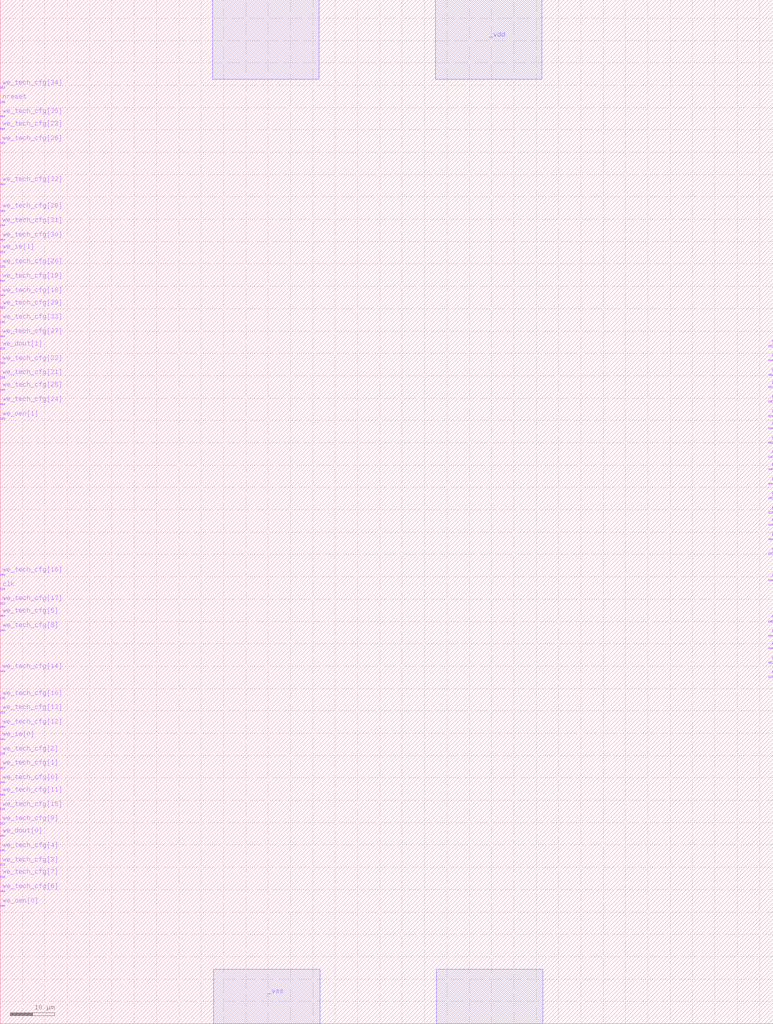
<source format=lef>
VERSION 5.8 ;
BUSBITCHARS "[]" ;
DIVIDERCHAR "/" ;
UNITS
  DATABASE MICRONS 1000 ;
END UNITS

MACRO heartbeat
  FOREIGN heartbeat ;


  SIZE 173.07 BY 229.07 ;
  CLASS BLOCK ;
  PIN clk
    DIRECTION inout ;
    USE signal ;
    SHAPE ABUTMENT ;
    PORT
      LAYER met2 ;
      RECT 0.0
           97.11999999999999
           1.0
           97.39999999999999 ;
    END
  END clk
  PIN we_dout[0]
    DIRECTION inout ;
    USE signal ;
    SHAPE ABUTMENT ;
    PORT
      LAYER met2 ;
      RECT 0.0
           41.92
           1.0
           42.2 ;
    END
  END we_dout[0]
  PIN we_ie[0]
    DIRECTION inout ;
    USE signal ;
    SHAPE ABUTMENT ;
    PORT
      LAYER met2 ;
      RECT 0.0
           63.54
           1.0
           63.82 ;
    END
  END we_ie[0]
  PIN we_oen[0]
    DIRECTION inout ;
    USE signal ;
    SHAPE ABUTMENT ;
    PORT
      LAYER met2 ;
      RECT 0.0
           26.279999999999998
           1.0
           26.56 ;
    END
  END we_oen[0]
  PIN we_tech_cfg[0]
    DIRECTION inout ;
    USE signal ;
    SHAPE ABUTMENT ;
    PORT
      LAYER met2 ;
      RECT 0.0
           53.879999999999995
           1.0
           54.16 ;
    END
  END we_tech_cfg[0]
  PIN we_tech_cfg[1]
    DIRECTION inout ;
    USE signal ;
    SHAPE ABUTMENT ;
    PORT
      LAYER met2 ;
      RECT 0.0
           57.099999999999994
           1.0
           57.379999999999995 ;
    END
  END we_tech_cfg[1]
  PIN we_tech_cfg[2]
    DIRECTION inout ;
    USE signal ;
    SHAPE ABUTMENT ;
    PORT
      LAYER met2 ;
      RECT 0.0
           60.31999999999999
           1.0
           60.599999999999994 ;
    END
  END we_tech_cfg[2]
  PIN we_tech_cfg[3]
    DIRECTION inout ;
    USE signal ;
    SHAPE ABUTMENT ;
    PORT
      LAYER met2 ;
      RECT 0.0
           35.48
           1.0
           35.76 ;
    END
  END we_tech_cfg[3]
  PIN we_tech_cfg[4]
    DIRECTION inout ;
    USE signal ;
    SHAPE ABUTMENT ;
    PORT
      LAYER met2 ;
      RECT 0.0
           38.699999999999996
           1.0
           38.98 ;
    END
  END we_tech_cfg[4]
  PIN we_tech_cfg[5]
    DIRECTION inout ;
    USE signal ;
    SHAPE ABUTMENT ;
    PORT
      LAYER met2 ;
      RECT 0.0
           91.14
           1.0
           91.42 ;
    END
  END we_tech_cfg[5]
  PIN we_tech_cfg[6]
    DIRECTION inout ;
    USE signal ;
    SHAPE ABUTMENT ;
    PORT
      LAYER met2 ;
      RECT 0.0
           29.499999999999996
           1.0
           29.779999999999998 ;
    END
  END we_tech_cfg[6]
  PIN we_tech_cfg[7]
    DIRECTION inout ;
    USE signal ;
    SHAPE ABUTMENT ;
    PORT
      LAYER met2 ;
      RECT 0.0
           32.72
           1.0
           33.0 ;
    END
  END we_tech_cfg[7]
  PIN we_tech_cfg[8]
    DIRECTION inout ;
    USE signal ;
    SHAPE ABUTMENT ;
    PORT
      LAYER met2 ;
      RECT 0.0
           87.92
           1.0
           88.2 ;
    END
  END we_tech_cfg[8]
  PIN we_tech_cfg[9]
    DIRECTION inout ;
    USE signal ;
    SHAPE ABUTMENT ;
    PORT
      LAYER met2 ;
      RECT 0.0
           44.67999999999999
           1.0
           44.959999999999994 ;
    END
  END we_tech_cfg[9]
  PIN we_tech_cfg[10]
    DIRECTION inout ;
    USE signal ;
    SHAPE ABUTMENT ;
    PORT
      LAYER met2 ;
      RECT 0.0
           72.74
           1.0
           73.02 ;
    END
  END we_tech_cfg[10]
  PIN we_tech_cfg[11]
    DIRECTION inout ;
    USE signal ;
    SHAPE ABUTMENT ;
    PORT
      LAYER met2 ;
      RECT 0.0
           51.12
           1.0
           51.4 ;
    END
  END we_tech_cfg[11]
  PIN we_tech_cfg[12]
    DIRECTION inout ;
    USE signal ;
    SHAPE ABUTMENT ;
    PORT
      LAYER met2 ;
      RECT 0.0
           66.3
           1.0
           66.58 ;
    END
  END we_tech_cfg[12]
  PIN we_tech_cfg[13]
    DIRECTION inout ;
    USE signal ;
    SHAPE ABUTMENT ;
    PORT
      LAYER met2 ;
      RECT 0.0
           69.52
           1.0
           69.8 ;
    END
  END we_tech_cfg[13]
  PIN we_tech_cfg[14]
    DIRECTION inout ;
    USE signal ;
    SHAPE ABUTMENT ;
    PORT
      LAYER met2 ;
      RECT 0.0
           78.72
           1.0
           79.0 ;
    END
  END we_tech_cfg[14]
  PIN we_tech_cfg[15]
    DIRECTION inout ;
    USE signal ;
    SHAPE ABUTMENT ;
    PORT
      LAYER met2 ;
      RECT 0.0
           47.89999999999999
           1.0
           48.17999999999999 ;
    END
  END we_tech_cfg[15]
  PIN we_tech_cfg[16]
    DIRECTION inout ;
    USE signal ;
    SHAPE ABUTMENT ;
    PORT
      LAYER met2 ;
      RECT 0.0
           100.34
           1.0
           100.62 ;
    END
  END we_tech_cfg[16]
  PIN we_tech_cfg[17]
    DIRECTION inout ;
    USE signal ;
    SHAPE ABUTMENT ;
    PORT
      LAYER met2 ;
      RECT 0.0
           93.89999999999999
           1.0
           94.17999999999999 ;
    END
  END we_tech_cfg[17]
  PIN nreset
    DIRECTION inout ;
    USE signal ;
    SHAPE ABUTMENT ;
    PORT
      LAYER met2 ;
      RECT 0.0
           206.12
           1.0
           206.39999999999998 ;
    END
  END nreset
  PIN we_dout[1]
    DIRECTION inout ;
    USE signal ;
    SHAPE ABUTMENT ;
    PORT
      LAYER met2 ;
      RECT 0.0
           150.92
           1.0
           151.19999999999996 ;
    END
  END we_dout[1]
  PIN we_ie[1]
    DIRECTION inout ;
    USE signal ;
    SHAPE ABUTMENT ;
    PORT
      LAYER met2 ;
      RECT 0.0
           172.54
           1.0
           172.81999999999996 ;
    END
  END we_ie[1]
  PIN we_oen[1]
    DIRECTION inout ;
    USE signal ;
    SHAPE ABUTMENT ;
    PORT
      LAYER met2 ;
      RECT 0.0
           135.28
           1.0
           135.55999999999997 ;
    END
  END we_oen[1]
  PIN we_tech_cfg[18]
    DIRECTION inout ;
    USE signal ;
    SHAPE ABUTMENT ;
    PORT
      LAYER met2 ;
      RECT 0.0
           162.88
           1.0
           163.15999999999997 ;
    END
  END we_tech_cfg[18]
  PIN we_tech_cfg[19]
    DIRECTION inout ;
    USE signal ;
    SHAPE ABUTMENT ;
    PORT
      LAYER met2 ;
      RECT 0.0
           166.1
           1.0
           166.37999999999997 ;
    END
  END we_tech_cfg[19]
  PIN we_tech_cfg[20]
    DIRECTION inout ;
    USE signal ;
    SHAPE ABUTMENT ;
    PORT
      LAYER met2 ;
      RECT 0.0
           169.32
           1.0
           169.59999999999997 ;
    END
  END we_tech_cfg[20]
  PIN we_tech_cfg[21]
    DIRECTION inout ;
    USE signal ;
    SHAPE ABUTMENT ;
    PORT
      LAYER met2 ;
      RECT 0.0
           144.48
           1.0
           144.75999999999996 ;
    END
  END we_tech_cfg[21]
  PIN we_tech_cfg[22]
    DIRECTION inout ;
    USE signal ;
    SHAPE ABUTMENT ;
    PORT
      LAYER met2 ;
      RECT 0.0
           147.7
           1.0
           147.97999999999996 ;
    END
  END we_tech_cfg[22]
  PIN we_tech_cfg[23]
    DIRECTION inout ;
    USE signal ;
    SHAPE ABUTMENT ;
    PORT
      LAYER met2 ;
      RECT 0.0
           200.14
           1.0
           200.41999999999996 ;
    END
  END we_tech_cfg[23]
  PIN we_tech_cfg[24]
    DIRECTION inout ;
    USE signal ;
    SHAPE ABUTMENT ;
    PORT
      LAYER met2 ;
      RECT 0.0
           138.5
           1.0
           138.77999999999997 ;
    END
  END we_tech_cfg[24]
  PIN we_tech_cfg[25]
    DIRECTION inout ;
    USE signal ;
    SHAPE ABUTMENT ;
    PORT
      LAYER met2 ;
      RECT 0.0
           141.72
           1.0
           141.99999999999997 ;
    END
  END we_tech_cfg[25]
  PIN we_tech_cfg[26]
    DIRECTION inout ;
    USE signal ;
    SHAPE ABUTMENT ;
    PORT
      LAYER met2 ;
      RECT 0.0
           196.92000000000002
           1.0
           197.2 ;
    END
  END we_tech_cfg[26]
  PIN we_tech_cfg[27]
    DIRECTION inout ;
    USE signal ;
    SHAPE ABUTMENT ;
    PORT
      LAYER met2 ;
      RECT 0.0
           153.68
           1.0
           153.95999999999998 ;
    END
  END we_tech_cfg[27]
  PIN we_tech_cfg[28]
    DIRECTION inout ;
    USE signal ;
    SHAPE ABUTMENT ;
    PORT
      LAYER met2 ;
      RECT 0.0
           181.74
           1.0
           182.01999999999998 ;
    END
  END we_tech_cfg[28]
  PIN we_tech_cfg[29]
    DIRECTION inout ;
    USE signal ;
    SHAPE ABUTMENT ;
    PORT
      LAYER met2 ;
      RECT 0.0
           160.12
           1.0
           160.39999999999998 ;
    END
  END we_tech_cfg[29]
  PIN we_tech_cfg[30]
    DIRECTION inout ;
    USE signal ;
    SHAPE ABUTMENT ;
    PORT
      LAYER met2 ;
      RECT 0.0
           175.3
           1.0
           175.57999999999998 ;
    END
  END we_tech_cfg[30]
  PIN we_tech_cfg[31]
    DIRECTION inout ;
    USE signal ;
    SHAPE ABUTMENT ;
    PORT
      LAYER met2 ;
      RECT 0.0
           178.51999999999998
           1.0
           178.79999999999995 ;
    END
  END we_tech_cfg[31]
  PIN we_tech_cfg[32]
    DIRECTION inout ;
    USE signal ;
    SHAPE ABUTMENT ;
    PORT
      LAYER met2 ;
      RECT 0.0
           187.72
           1.0
           187.99999999999997 ;
    END
  END we_tech_cfg[32]
  PIN we_tech_cfg[33]
    DIRECTION inout ;
    USE signal ;
    SHAPE ABUTMENT ;
    PORT
      LAYER met2 ;
      RECT 0.0
           156.9
           1.0
           157.17999999999998 ;
    END
  END we_tech_cfg[33]
  PIN we_tech_cfg[34]
    DIRECTION inout ;
    USE signal ;
    SHAPE ABUTMENT ;
    PORT
      LAYER met2 ;
      RECT 0.0
           209.34
           1.0
           209.61999999999998 ;
    END
  END we_tech_cfg[34]
  PIN we_tech_cfg[35]
    DIRECTION inout ;
    USE signal ;
    SHAPE ABUTMENT ;
    PORT
      LAYER met2 ;
      RECT 0.0
           202.89999999999998
           1.0
           203.17999999999995 ;
    END
  END we_tech_cfg[35]
  PIN ea_din
    DIRECTION inout ;
    USE signal ;
    SHAPE ABUTMENT ;
    PORT
      LAYER met2 ;
      RECT 172.07
           80.67
           173.07
           80.95 ;
    END
  END ea_din
  PIN out
    DIRECTION inout ;
    USE signal ;
    SHAPE ABUTMENT ;
    PORT
      LAYER met2 ;
      RECT 172.07
           135.87
           173.07
           136.14999999999998 ;
    END
  END out
  PIN ea_ie
    DIRECTION inout ;
    USE signal ;
    SHAPE ABUTMENT ;
    PORT
      LAYER met2 ;
      RECT 172.07
           114.25
           173.07
           114.53 ;
    END
  END ea_ie
  PIN ea_oen
    DIRECTION inout ;
    USE signal ;
    SHAPE ABUTMENT ;
    PORT
      LAYER met2 ;
      RECT 172.07
           151.51
           173.07
           151.78999999999996 ;
    END
  END ea_oen
  PIN ea_tech_cfg[0]
    DIRECTION inout ;
    USE signal ;
    SHAPE ABUTMENT ;
    PORT
      LAYER met2 ;
      RECT 172.07
           123.91
           173.07
           124.19 ;
    END
  END ea_tech_cfg[0]
  PIN ea_tech_cfg[1]
    DIRECTION inout ;
    USE signal ;
    SHAPE ABUTMENT ;
    PORT
      LAYER met2 ;
      RECT 172.07
           120.69
           173.07
           120.97 ;
    END
  END ea_tech_cfg[1]
  PIN ea_tech_cfg[2]
    DIRECTION inout ;
    USE signal ;
    SHAPE ABUTMENT ;
    PORT
      LAYER met2 ;
      RECT 172.07
           117.47
           173.07
           117.75 ;
    END
  END ea_tech_cfg[2]
  PIN ea_tech_cfg[3]
    DIRECTION inout ;
    USE signal ;
    SHAPE ABUTMENT ;
    PORT
      LAYER met2 ;
      RECT 172.07
           142.31
           173.07
           142.58999999999997 ;
    END
  END ea_tech_cfg[3]
  PIN ea_tech_cfg[4]
    DIRECTION inout ;
    USE signal ;
    SHAPE ABUTMENT ;
    PORT
      LAYER met2 ;
      RECT 172.07
           139.09
           173.07
           139.36999999999998 ;
    END
  END ea_tech_cfg[4]
  PIN ea_tech_cfg[5]
    DIRECTION inout ;
    USE signal ;
    SHAPE ABUTMENT ;
    PORT
      LAYER met2 ;
      RECT 172.07
           86.64999999999999
           173.07
           86.92999999999999 ;
    END
  END ea_tech_cfg[5]
  PIN ea_tech_cfg[6]
    DIRECTION inout ;
    USE signal ;
    SHAPE ABUTMENT ;
    PORT
      LAYER met2 ;
      RECT 172.07
           148.29
           173.07
           148.56999999999996 ;
    END
  END ea_tech_cfg[6]
  PIN ea_tech_cfg[7]
    DIRECTION inout ;
    USE signal ;
    SHAPE ABUTMENT ;
    PORT
      LAYER met2 ;
      RECT 172.07
           145.07
           173.07
           145.34999999999997 ;
    END
  END ea_tech_cfg[7]
  PIN ea_tech_cfg[8]
    DIRECTION inout ;
    USE signal ;
    SHAPE ABUTMENT ;
    PORT
      LAYER met2 ;
      RECT 172.07
           89.86999999999999
           173.07
           90.14999999999999 ;
    END
  END ea_tech_cfg[8]
  PIN ea_tech_cfg[9]
    DIRECTION inout ;
    USE signal ;
    SHAPE ABUTMENT ;
    PORT
      LAYER met2 ;
      RECT 172.07
           133.10999999999999
           173.07
           133.38999999999996 ;
    END
  END ea_tech_cfg[9]
  PIN ea_tech_cfg[10]
    DIRECTION inout ;
    USE signal ;
    SHAPE ABUTMENT ;
    PORT
      LAYER met2 ;
      RECT 172.07
           105.05
           173.07
           105.33 ;
    END
  END ea_tech_cfg[10]
  PIN ea_tech_cfg[11]
    DIRECTION inout ;
    USE signal ;
    SHAPE ABUTMENT ;
    PORT
      LAYER met2 ;
      RECT 172.07
           126.66999999999999
           173.07
           126.94999999999999 ;
    END
  END ea_tech_cfg[11]
  PIN ea_tech_cfg[12]
    DIRECTION inout ;
    USE signal ;
    SHAPE ABUTMENT ;
    PORT
      LAYER met2 ;
      RECT 172.07
           111.49
           173.07
           111.77 ;
    END
  END ea_tech_cfg[12]
  PIN ea_tech_cfg[13]
    DIRECTION inout ;
    USE signal ;
    SHAPE ABUTMENT ;
    PORT
      LAYER met2 ;
      RECT 172.07
           108.27
           173.07
           108.55 ;
    END
  END ea_tech_cfg[13]
  PIN ea_tech_cfg[14]
    DIRECTION inout ;
    USE signal ;
    SHAPE ABUTMENT ;
    PORT
      LAYER met2 ;
      RECT 172.07
           99.07
           173.07
           99.35 ;
    END
  END ea_tech_cfg[14]
  PIN ea_tech_cfg[15]
    DIRECTION inout ;
    USE signal ;
    SHAPE ABUTMENT ;
    PORT
      LAYER met2 ;
      RECT 172.07
           129.89
           173.07
           130.16999999999996 ;
    END
  END ea_tech_cfg[15]
  PIN ea_tech_cfg[16]
    DIRECTION inout ;
    USE signal ;
    SHAPE ABUTMENT ;
    PORT
      LAYER met2 ;
      RECT 172.07
           77.44999999999999
           173.07
           77.72999999999999 ;
    END
  END ea_tech_cfg[16]
  PIN ea_tech_cfg[17]
    DIRECTION inout ;
    USE signal ;
    SHAPE ABUTMENT ;
    PORT
      LAYER met2 ;
      RECT 172.07
           83.89
           173.07
           84.17 ;
    END
  END ea_tech_cfg[17]
  PIN _vdd
    DIRECTION inout ;
    USE power ;
    SHAPE ABUTMENT ;
    PORT
      LAYER met3 ;
      RECT 47.52999999999999
           211.28000000000003
           71.42999999999999
           229.07 ;
      LAYER met3 ;
      RECT 97.425
           211.28000000000003
           121.32499999999999
           229.07 ;
    END
  END _vdd
  PIN _vss
    DIRECTION inout ;
    USE power ;
    SHAPE ABUTMENT ;
    PORT
      LAYER met3 ;
      RECT 97.63999999999999
           0.0
           121.53999999999999
           12.200000000000003 ;
      LAYER met3 ;
      RECT 47.745
           0.0
           71.645
           12.200000000000003 ;
    END
  END _vss


END heartbeat

END LIBRARY
</source>
